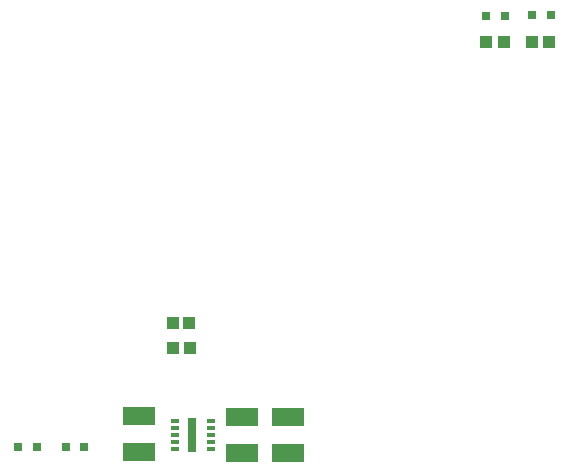
<source format=gtp>
G04 Layer_Color=7318015*
%FSLAX24Y24*%
%MOIN*%
G70*
G01*
G75*
%ADD12R,0.1102X0.0591*%
%ADD13R,0.0394X0.0433*%
%ADD14R,0.0413X0.0394*%
%ADD15R,0.0315X0.0315*%
%ADD77R,0.0276X0.1142*%
%ADD78R,0.0256X0.0118*%
D12*
X11201Y29370D02*
D03*
Y28189D02*
D03*
X14606Y28150D02*
D03*
Y29331D02*
D03*
X16142Y28150D02*
D03*
Y29331D02*
D03*
D13*
X24841Y41849D02*
D03*
X24290D02*
D03*
X12867Y32492D02*
D03*
X12315D02*
D03*
X12878Y31629D02*
D03*
X12326D02*
D03*
D14*
X22750Y41849D02*
D03*
X23340D02*
D03*
D15*
X23378Y42722D02*
D03*
X22748D02*
D03*
X24910Y42731D02*
D03*
X24280D02*
D03*
X9370Y28346D02*
D03*
X8740D02*
D03*
X7795D02*
D03*
X7165D02*
D03*
D77*
X12942Y28740D02*
D03*
D78*
X13593Y29213D02*
D03*
Y28976D02*
D03*
Y28740D02*
D03*
Y28504D02*
D03*
Y28268D02*
D03*
X12392D02*
D03*
Y28504D02*
D03*
Y28740D02*
D03*
Y28976D02*
D03*
Y29213D02*
D03*
M02*

</source>
